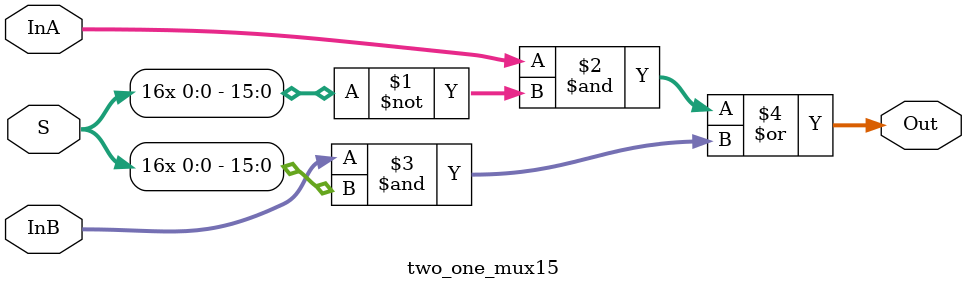
<source format=v>
module two_one_mux15(Out, InA, InB, S);

output [15:0] Out;
input [15:0] InA, InB;
input S;

assign Out[15:0] = (InA & (~{16{S}}) ) | (InB & ({16{S}}) );


endmodule


</source>
